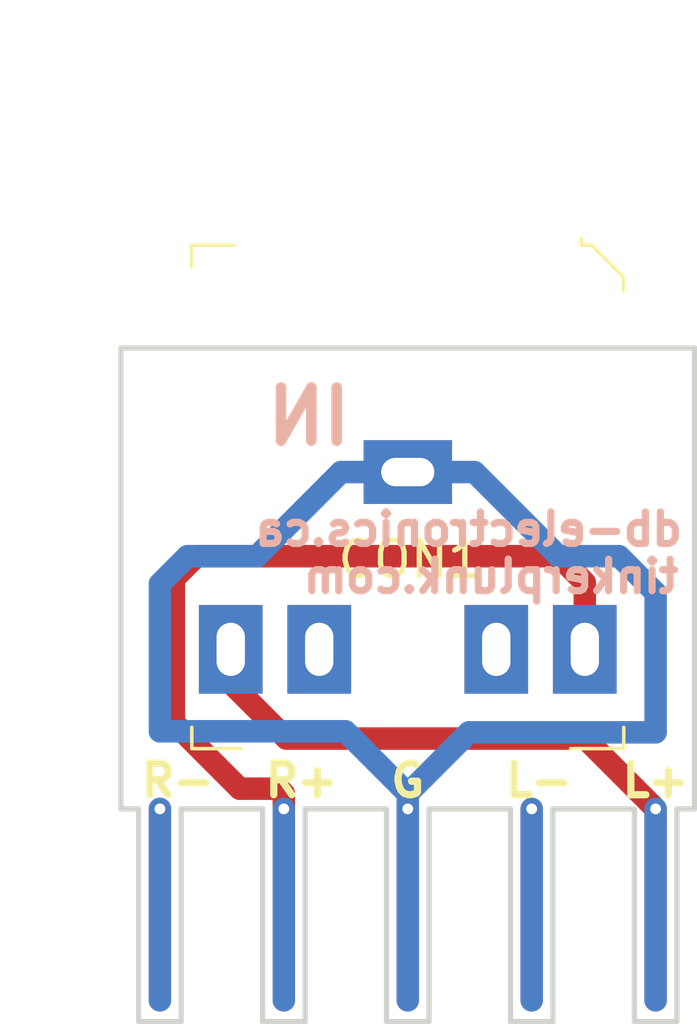
<source format=kicad_pcb>
(kicad_pcb (version 20171130) (host pcbnew "(5.1.0)-1")

  (general
    (thickness 1.6)
    (drawings 32)
    (tracks 44)
    (zones 0)
    (modules 1)
    (nets 1)
  )

  (page A4)
  (title_block
    (title "Phoenix Connector Audio Adapter")
    (date 2018-03-30)
    (rev 0.1)
    (company "db Electronics")
    (comment 1 "Licensed Under The CERN OHL v.1.2")
    (comment 2 https://github.com/db-electronics/phoenix-audio-adapter-kicad)
  )

  (layers
    (0 F.Cu signal)
    (31 B.Cu signal)
    (32 B.Adhes user hide)
    (33 F.Adhes user hide)
    (34 B.Paste user hide)
    (35 F.Paste user hide)
    (36 B.SilkS user)
    (37 F.SilkS user)
    (38 B.Mask user)
    (39 F.Mask user)
    (40 Dwgs.User user)
    (41 Cmts.User user)
    (42 Eco1.User user)
    (43 Eco2.User user)
    (44 Edge.Cuts user)
    (45 Margin user)
    (46 B.CrtYd user)
    (47 F.CrtYd user)
    (48 B.Fab user)
    (49 F.Fab user)
  )

  (setup
    (last_trace_width 0.635)
    (trace_clearance 0.1778)
    (zone_clearance 0.508)
    (zone_45_only no)
    (trace_min 0.1778)
    (via_size 0.6096)
    (via_drill 0.3048)
    (via_min_size 0.6096)
    (via_min_drill 0.3048)
    (uvia_size 0.3)
    (uvia_drill 0.1)
    (uvias_allowed no)
    (uvia_min_size 0)
    (uvia_min_drill 0)
    (edge_width 0.15)
    (segment_width 0.2)
    (pcb_text_width 0.3)
    (pcb_text_size 1.5 1.5)
    (mod_edge_width 0.15)
    (mod_text_size 1 1)
    (mod_text_width 0.15)
    (pad_size 1.524 1.524)
    (pad_drill 0.762)
    (pad_to_mask_clearance 0.2)
    (aux_axis_origin 0 0)
    (grid_origin 139.7 114.3)
    (visible_elements 7FFFFFFF)
    (pcbplotparams
      (layerselection 0x010f0_ffffffff)
      (usegerberextensions true)
      (usegerberattributes false)
      (usegerberadvancedattributes false)
      (creategerberjobfile false)
      (excludeedgelayer true)
      (linewidth 0.100000)
      (plotframeref false)
      (viasonmask false)
      (mode 1)
      (useauxorigin true)
      (hpglpennumber 1)
      (hpglpenspeed 20)
      (hpglpendiameter 15.000000)
      (psnegative false)
      (psa4output false)
      (plotreference true)
      (plotvalue true)
      (plotinvisibletext false)
      (padsonsilk false)
      (subtractmaskfromsilk false)
      (outputformat 1)
      (mirror false)
      (drillshape 0)
      (scaleselection 1)
      (outputdirectory "gerbers/1.0/"))
  )

  (net 0 "")

  (net_class Default "This is the default net class."
    (clearance 0.1778)
    (trace_width 0.635)
    (via_dia 0.6096)
    (via_drill 0.3048)
    (uvia_dia 0.3)
    (uvia_drill 0.1)
  )

  (module headphone:Headphone_Jack_2.5mm_SJ1-3523N (layer F.Cu) (tedit 5CF08D08) (tstamp 5B0BF864)
    (at 139.7 116.8 270)
    (descr http://www.cui.com/product/resource/sj1-352xn-series.pdf)
    (fp_text reference CON1 (at -2.54 -0.0635) (layer F.SilkS)
      (effects (font (size 1 1) (thickness 0.15)))
    )
    (fp_text value Headphone_Jack_2.5mm_SJ1-3523N (at -4.3815 10.668 270) (layer F.Fab)
      (effects (font (size 1 1) (thickness 0.15)))
    )
    (fp_line (start -11.75 -6.25) (end 3.25 -6.25) (layer F.CrtYd) (width 0.05))
    (fp_line (start 3.25 -6.25) (end 3.25 6.25) (layer F.CrtYd) (width 0.05))
    (fp_line (start -11.75 -6.25) (end -11.75 6.25) (layer F.CrtYd) (width 0.05))
    (fp_line (start -11.75 6.25) (end 3.25 6.25) (layer F.CrtYd) (width 0.05))
    (fp_line (start -10.8 6.1) (end -11.4 6.1) (layer F.SilkS) (width 0.1))
    (fp_line (start -11.4 6.1) (end -11.4 4.9) (layer F.SilkS) (width 0.1))
    (fp_line (start 2.2 6.1) (end 2.8 6.1) (layer F.SilkS) (width 0.1))
    (fp_line (start 2.8 6.1) (end 2.8 4.7) (layer F.SilkS) (width 0.1))
    (fp_line (start 2.2 -6.1) (end 2.8 -6.1) (layer F.SilkS) (width 0.1))
    (fp_line (start 2.8 -6.1) (end 2.8 -4.6) (layer F.SilkS) (width 0.1))
    (fp_line (start -10.1 -6.1) (end -10.5 -6.1) (layer F.SilkS) (width 0.1))
    (fp_line (start -10.5 -6.1) (end -11.4 -5.2) (layer F.SilkS) (width 0.1))
    (fp_line (start -11.4 -5.2) (end -11.4 -4.9) (layer F.SilkS) (width 0.1))
    (fp_line (start -11.4 -4.9) (end -11.6 -4.9) (layer F.SilkS) (width 0.1))
    (fp_line (start -11.3 -5.1) (end -11.3 6) (layer F.Fab) (width 0.1))
    (fp_line (start -10.4 -6) (end 2.7 -6) (layer F.Fab) (width 0.1))
    (fp_line (start -11.3 -5.1) (end -10.4 -6) (layer F.Fab) (width 0.1))
    (fp_text user %R (at -8.25 0 270) (layer F.Fab)
      (effects (font (size 1 1) (thickness 0.15)))
    )
    (fp_line (start 2.7 -6) (end 2.7 6) (layer F.Fab) (width 0.1))
    (fp_line (start -11.3 6) (end 2.7 6) (layer F.Fab) (width 0.1))
    (pad 3 thru_hole rect (at 0 -5 270) (size 2.5 1.8) (drill oval 1.5 0.8) (layers *.Cu *.Mask))
    (pad 2 thru_hole rect (at 0 5 270) (size 2.5 1.8) (drill oval 1.5 0.8) (layers *.Cu *.Mask))
    (pad 1 thru_hole rect (at -5 0 270) (size 1.8 2.5) (drill oval 0.8 1.5) (layers *.Cu *.Mask))
    (pad "" np_thru_hole circle (at 0 0 270) (size 1.2 1.2) (drill 1.2) (layers *.Cu *.Mask))
    (pad "" np_thru_hole circle (at -5 -5 270) (size 1.2 1.2) (drill 1.2) (layers *.Cu *.Mask))
    (pad "" np_thru_hole circle (at -7.5 -5 270) (size 1.2 1.2) (drill 1.2) (layers *.Cu *.Mask))
    (pad "" np_thru_hole circle (at -5 5 270) (size 1.2 1.2) (drill 1.2) (layers *.Cu *.Mask))
    (pad "" np_thru_hole circle (at -7.5 5 270) (size 1.2 1.2) (drill 1.2) (layers *.Cu *.Mask))
    (pad 11 thru_hole rect (at 0 -2.5 270) (size 2.5 1.8) (drill oval 1.5 0.8) (layers *.Cu *.Mask))
    (pad 10 thru_hole rect (at 0 2.5 270) (size 2.5 1.8) (drill oval 1.5 0.8) (layers *.Cu *.Mask))
    (model C:/Users/jacob/Desktop/CUI_SJ1-3525N/CUI_SJ1-3525N.step
      (offset (xyz -11.5 0 2.5))
      (scale (xyz 1 1 1))
      (rotate (xyz 0 0 180))
    )
  )

  (gr_text IN (at 136.906 110.236) (layer B.SilkS)
    (effects (font (size 1.5 1.5) (thickness 0.3)) (justify mirror))
  )
  (gr_text tinkerplunk.com (at 142.0495 114.7445) (layer B.SilkS)
    (effects (font (size 0.889 0.889) (thickness 0.2032)) (justify mirror))
  )
  (gr_text db-electronics.ca (at 141.4145 113.411) (layer B.SilkS) (tstamp 5ABE627E)
    (effects (font (size 0.889 0.889) (thickness 0.2032)) (justify mirror))
  )
  (gr_text L+ (at 146.7 120.5) (layer F.SilkS) (tstamp 5ABE5D7B)
    (effects (font (size 0.889 0.889) (thickness 0.2032)))
  )
  (gr_text L- (at 143.4 120.5) (layer F.SilkS) (tstamp 5ABE5D6D)
    (effects (font (size 0.889 0.889) (thickness 0.2032)))
  )
  (gr_text G (at 139.7 120.5) (layer F.SilkS) (tstamp 5ABE5D60)
    (effects (font (size 0.889 0.889) (thickness 0.2032)))
  )
  (gr_text R+ (at 136.7 120.5) (layer F.SilkS) (tstamp 5ABE5D50)
    (effects (font (size 0.889 0.889) (thickness 0.2032)))
  )
  (gr_text R- (at 133.2 120.5) (layer F.SilkS)
    (effects (font (size 0.889 0.889) (thickness 0.2032)))
  )
  (gr_line (start 147.3 121.3) (end 147.8 121.3) (layer Edge.Cuts) (width 0.15))
  (gr_line (start 143.8 121.3) (end 146.1 121.3) (layer Edge.Cuts) (width 0.15))
  (gr_line (start 140.3 121.3) (end 142.6 121.3) (layer Edge.Cuts) (width 0.15))
  (gr_line (start 136.8 121.3) (end 139.1 121.3) (layer Edge.Cuts) (width 0.15))
  (gr_line (start 133.3 121.3) (end 135.6 121.3) (layer Edge.Cuts) (width 0.15))
  (gr_line (start 131.6 121.3) (end 132.1 121.3) (layer Edge.Cuts) (width 0.15))
  (gr_line (start 142.6 127.3) (end 143.8 127.3) (layer Edge.Cuts) (width 0.15) (tstamp 5ABE5C7D))
  (gr_line (start 143.8 127.3) (end 143.8 121.3) (layer Edge.Cuts) (width 0.15) (tstamp 5ABE5C7C))
  (gr_line (start 147.3 127.3) (end 147.3 121.3) (layer Edge.Cuts) (width 0.15) (tstamp 5ABE5C7B))
  (gr_line (start 146.1 121.3) (end 146.1 127.3) (layer Edge.Cuts) (width 0.15) (tstamp 5ABE5C7A))
  (gr_line (start 146.1 127.3) (end 147.3 127.3) (layer Edge.Cuts) (width 0.15) (tstamp 5ABE5C79))
  (gr_line (start 142.6 121.3) (end 142.6 127.3) (layer Edge.Cuts) (width 0.15) (tstamp 5ABE5C78))
  (gr_line (start 133.3 127.3) (end 133.3 121.3) (layer Edge.Cuts) (width 0.15) (tstamp 5ABE5B1F))
  (gr_line (start 132.1 127.3) (end 133.3 127.3) (layer Edge.Cuts) (width 0.15) (tstamp 5ABE5B1E))
  (gr_line (start 132.1 121.3) (end 132.1 127.3) (layer Edge.Cuts) (width 0.15) (tstamp 5ABE5B1D))
  (gr_line (start 136.8 127.3) (end 136.8 121.3) (layer Edge.Cuts) (width 0.15) (tstamp 5ABE5B0C))
  (gr_line (start 135.6 127.3) (end 136.8 127.3) (layer Edge.Cuts) (width 0.15) (tstamp 5ABE5B0B))
  (gr_line (start 135.6 121.3) (end 135.6 127.3) (layer Edge.Cuts) (width 0.15) (tstamp 5ABE5B0A))
  (gr_line (start 140.3 127.3) (end 140.3 121.3) (layer Edge.Cuts) (width 0.15))
  (gr_line (start 139.1 127.3) (end 140.3 127.3) (layer Edge.Cuts) (width 0.15))
  (gr_line (start 139.1 121.3) (end 139.1 127.3) (layer Edge.Cuts) (width 0.15))
  (gr_line (start 147.8 108.3) (end 147.8 121.3) (layer Edge.Cuts) (width 0.15))
  (gr_line (start 131.6 108.3) (end 147.8 108.3) (layer Edge.Cuts) (width 0.15))
  (gr_line (start 131.6 108.3) (end 131.6 121.3) (layer Edge.Cuts) (width 0.15))

  (segment (start 143.2 121.3) (end 143.2 126.7) (width 0.635) (layer F.Cu) (net 0))
  (via (at 143.2 121.3) (size 0.6096) (drill 0.3048) (layers F.Cu B.Cu) (net 0))
  (segment (start 143.2 121.3) (end 143.2 126.7) (width 0.635) (layer B.Cu) (net 0))
  (segment (start 139.7 121.3) (end 139.7 126.7) (width 0.635) (layer F.Cu) (net 0))
  (segment (start 139.7 121.3) (end 139.7 126.7) (width 0.635) (layer B.Cu) (net 0))
  (via (at 139.7 121.3) (size 0.6096) (drill 0.3048) (layers F.Cu B.Cu) (net 0))
  (segment (start 132.7 121.3) (end 132.7 126.7) (width 0.635) (layer F.Cu) (net 0))
  (segment (start 132.7 121.3) (end 132.7 126.7) (width 0.635) (layer B.Cu) (net 0))
  (via (at 132.7 121.3) (size 0.6096) (drill 0.3048) (layers F.Cu B.Cu) (net 0))
  (segment (start 146.7 121.3) (end 146.7 126.7) (width 0.635) (layer B.Cu) (net 0))
  (segment (start 146.7 126.7) (end 146.7 121.3) (width 0.635) (layer F.Cu) (net 0))
  (via (at 146.7 121.3) (size 0.6096) (drill 0.3048) (layers F.Cu B.Cu) (net 0))
  (segment (start 136.2 121.3) (end 136.2 126.7) (width 0.635) (layer B.Cu) (net 0))
  (segment (start 136.2 121.3) (end 136.2 126.7) (width 0.635) (layer F.Cu) (net 0))
  (via (at 136.2 121.3) (size 0.6096) (drill 0.3048) (layers F.Cu B.Cu) (net 0))
  (segment (start 134.7 117.7455) (end 136.271 119.3165) (width 0.635) (layer F.Cu) (net 0) (tstamp 5B0BF93C))
  (segment (start 134.7 116.967) (end 134.7 117.7455) (width 0.635) (layer F.Cu) (net 0))
  (segment (start 144.7165 119.3165) (end 146.7 121.3) (width 0.635) (layer F.Cu) (net 0) (tstamp 5B0BF93E))
  (segment (start 136.271 119.3165) (end 144.7165 119.3165) (width 0.635) (layer F.Cu) (net 0) (tstamp 5B0BF93D))
  (segment (start 136.2 120.868948) (end 136.2 121.3) (width 0.635) (layer F.Cu) (net 0))
  (segment (start 144.7 116.8) (end 144.7 114.915) (width 0.635) (layer F.Cu) (net 0))
  (segment (start 144.7 114.915) (end 143.958 114.173) (width 0.635) (layer F.Cu) (net 0))
  (segment (start 134.95369 120.72969) (end 136.060742 120.72969) (width 0.635) (layer F.Cu) (net 0))
  (segment (start 143.958 114.173) (end 133.731 114.173) (width 0.635) (layer F.Cu) (net 0))
  (segment (start 133.731 114.173) (end 133.096 114.808) (width 0.635) (layer F.Cu) (net 0))
  (segment (start 136.060742 120.72969) (end 136.2 120.868948) (width 0.635) (layer F.Cu) (net 0))
  (segment (start 133.096 114.808) (end 133.096 118.872) (width 0.635) (layer F.Cu) (net 0))
  (segment (start 133.096 118.872) (end 134.95369 120.72969) (width 0.635) (layer F.Cu) (net 0))
  (segment (start 137.815 111.8) (end 135.442 114.173) (width 0.635) (layer B.Cu) (net 0))
  (segment (start 139.7 111.8) (end 137.815 111.8) (width 0.635) (layer B.Cu) (net 0))
  (segment (start 135.442 114.173) (end 133.477 114.173) (width 0.635) (layer B.Cu) (net 0))
  (segment (start 133.477 114.173) (end 132.7 114.95) (width 0.635) (layer B.Cu) (net 0))
  (segment (start 137.942052 119.111) (end 139.7 120.868948) (width 0.635) (layer B.Cu) (net 0))
  (segment (start 132.7 119.111) (end 137.942052 119.111) (width 0.635) (layer B.Cu) (net 0))
  (segment (start 132.7 114.95) (end 132.7 119.111) (width 0.635) (layer B.Cu) (net 0))
  (segment (start 141.585 111.8) (end 143.958 114.173) (width 0.635) (layer B.Cu) (net 0))
  (segment (start 139.7 111.8) (end 141.585 111.8) (width 0.635) (layer B.Cu) (net 0))
  (segment (start 143.958 114.173) (end 145.669 114.173) (width 0.635) (layer B.Cu) (net 0))
  (segment (start 145.669 114.173) (end 146.7 115.204) (width 0.635) (layer B.Cu) (net 0))
  (segment (start 139.7 120.868948) (end 139.7 121.3) (width 0.635) (layer B.Cu) (net 0))
  (segment (start 141.427948 119.141) (end 139.7 120.868948) (width 0.635) (layer B.Cu) (net 0))
  (segment (start 146.7 115.204) (end 146.7 119.141) (width 0.635) (layer B.Cu) (net 0))
  (segment (start 146.7 119.141) (end 143.114 119.141) (width 0.635) (layer B.Cu) (net 0))
  (segment (start 143.114 119.141) (end 141.427948 119.141) (width 0.635) (layer B.Cu) (net 0))

  (zone (net 0) (net_name "") (layer F.Mask) (tstamp 5CF0E6DE) (hatch edge 0.508)
    (connect_pads (clearance 0.508))
    (min_thickness 0.254)
    (fill yes (arc_segments 16) (thermal_gap 0.508) (thermal_bridge_width 0.508))
    (polygon
      (pts
        (xy 132.1 122.3) (xy 132.1 127.3) (xy 133.3 127.3) (xy 133.3 122.3)
      )
    )
    (filled_polygon
      (pts
        (xy 133.173 127.173) (xy 132.227 127.173) (xy 132.227 122.427) (xy 133.173 122.427)
      )
    )
  )
  (zone (net 0) (net_name "") (layer F.Mask) (tstamp 5CF0E6DB) (hatch edge 0.508)
    (connect_pads (clearance 0.508))
    (min_thickness 0.254)
    (fill yes (arc_segments 16) (thermal_gap 0.508) (thermal_bridge_width 0.508))
    (polygon
      (pts
        (xy 135.6 122.3) (xy 135.6 127.3) (xy 136.8 127.3) (xy 136.8 122.3)
      )
    )
    (filled_polygon
      (pts
        (xy 136.673 127.173) (xy 135.727 127.173) (xy 135.727 122.427) (xy 136.673 122.427)
      )
    )
  )
  (zone (net 0) (net_name "") (layer F.Mask) (tstamp 5CF0E6D8) (hatch edge 0.508)
    (connect_pads (clearance 0.508))
    (min_thickness 0.254)
    (fill yes (arc_segments 16) (thermal_gap 0.508) (thermal_bridge_width 0.508))
    (polygon
      (pts
        (xy 139.1 122.3) (xy 139.1 127.3) (xy 140.3 127.3) (xy 140.3 122.3)
      )
    )
    (filled_polygon
      (pts
        (xy 140.173 127.173) (xy 139.227 127.173) (xy 139.227 122.427) (xy 140.173 122.427)
      )
    )
  )
  (zone (net 0) (net_name "") (layer F.Mask) (tstamp 5CF0E6D5) (hatch edge 0.508)
    (connect_pads (clearance 0.508))
    (min_thickness 0.254)
    (fill yes (arc_segments 16) (thermal_gap 0.508) (thermal_bridge_width 0.508))
    (polygon
      (pts
        (xy 142.6 122.3) (xy 142.6 127.3) (xy 143.8 127.3) (xy 143.8 122.3)
      )
    )
    (filled_polygon
      (pts
        (xy 143.673 127.173) (xy 142.727 127.173) (xy 142.727 122.427) (xy 143.673 122.427)
      )
    )
  )
  (zone (net 0) (net_name "") (layer F.Mask) (tstamp 5CF0E6D2) (hatch edge 0.508)
    (connect_pads (clearance 0.508))
    (min_thickness 0.254)
    (fill yes (arc_segments 16) (thermal_gap 0.508) (thermal_bridge_width 0.508))
    (polygon
      (pts
        (xy 146.1 122.3) (xy 146.1 127.3) (xy 147.3 127.3) (xy 147.3 122.3)
      )
    )
    (filled_polygon
      (pts
        (xy 147.173 127.173) (xy 146.227 127.173) (xy 146.227 122.427) (xy 147.173 122.427)
      )
    )
  )
  (zone (net 0) (net_name "") (layer B.Mask) (tstamp 5CF0E6CF) (hatch edge 0.508)
    (connect_pads (clearance 0.508))
    (min_thickness 0.254)
    (fill yes (arc_segments 16) (thermal_gap 0.508) (thermal_bridge_width 0.508))
    (polygon
      (pts
        (xy 132.1 122.3) (xy 132.1 127.3) (xy 133.3 127.3) (xy 133.3 122.3)
      )
    )
    (filled_polygon
      (pts
        (xy 133.173 127.173) (xy 132.227 127.173) (xy 132.227 122.427) (xy 133.173 122.427)
      )
    )
  )
  (zone (net 0) (net_name "") (layer B.Mask) (tstamp 5CF0E6CC) (hatch edge 0.508)
    (connect_pads (clearance 0.508))
    (min_thickness 0.254)
    (fill yes (arc_segments 16) (thermal_gap 0.508) (thermal_bridge_width 0.508))
    (polygon
      (pts
        (xy 135.6 122.3) (xy 135.6 127.3) (xy 136.8 127.3) (xy 136.8 122.3)
      )
    )
    (filled_polygon
      (pts
        (xy 136.673 127.173) (xy 135.727 127.173) (xy 135.727 122.427) (xy 136.673 122.427)
      )
    )
  )
  (zone (net 0) (net_name "") (layer B.Mask) (tstamp 5CF0E6C9) (hatch edge 0.508)
    (connect_pads (clearance 0.508))
    (min_thickness 0.254)
    (fill yes (arc_segments 16) (thermal_gap 0.508) (thermal_bridge_width 0.508))
    (polygon
      (pts
        (xy 139.1 122.3) (xy 139.1 127.3) (xy 140.3 127.3) (xy 140.3 122.3)
      )
    )
    (filled_polygon
      (pts
        (xy 140.173 127.173) (xy 139.227 127.173) (xy 139.227 122.427) (xy 140.173 122.427)
      )
    )
  )
  (zone (net 0) (net_name "") (layer B.Mask) (tstamp 5CF0E6C6) (hatch edge 0.508)
    (connect_pads (clearance 0.508))
    (min_thickness 0.254)
    (fill yes (arc_segments 16) (thermal_gap 0.508) (thermal_bridge_width 0.508))
    (polygon
      (pts
        (xy 142.6 122.3) (xy 142.6 127.3) (xy 143.8 127.3) (xy 143.8 122.3)
      )
    )
    (filled_polygon
      (pts
        (xy 143.673 127.173) (xy 142.727 127.173) (xy 142.727 122.427) (xy 143.673 122.427)
      )
    )
  )
  (zone (net 0) (net_name "") (layer B.Mask) (tstamp 5CF0E6C3) (hatch edge 0.508)
    (connect_pads (clearance 0.508))
    (min_thickness 0.254)
    (fill yes (arc_segments 16) (thermal_gap 0.508) (thermal_bridge_width 0.508))
    (polygon
      (pts
        (xy 146.1 122.3) (xy 146.1 127.3) (xy 147.3 127.3) (xy 147.3 122.3)
      )
    )
    (filled_polygon
      (pts
        (xy 147.173 127.173) (xy 146.227 127.173) (xy 146.227 122.427) (xy 147.173 122.427)
      )
    )
  )
)

</source>
